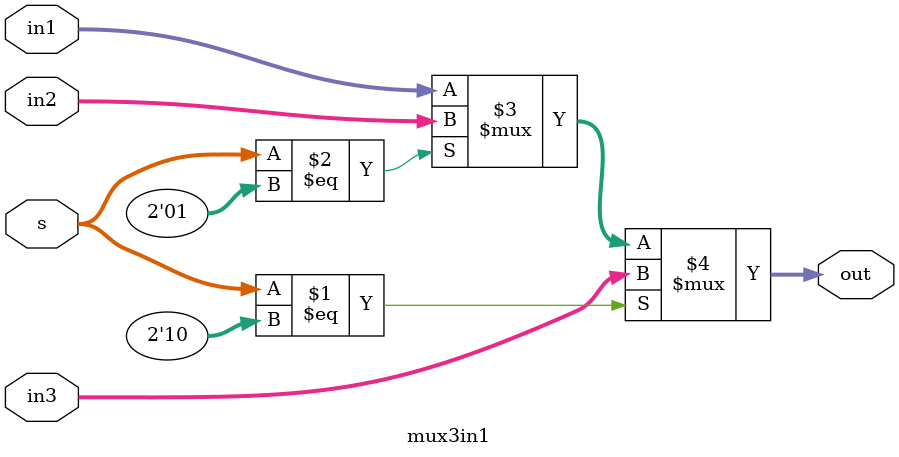
<source format=sv>
module mux3in1 (
    in1,in2,in3,s,out
);
    input [31:0] in1,in2,in3;
    input [1:0] s;
    output [31:0] out;
    assign out = (s==2'b10) ? in3 : (s==2'b01) ? in2 : in1;
endmodule
</source>
